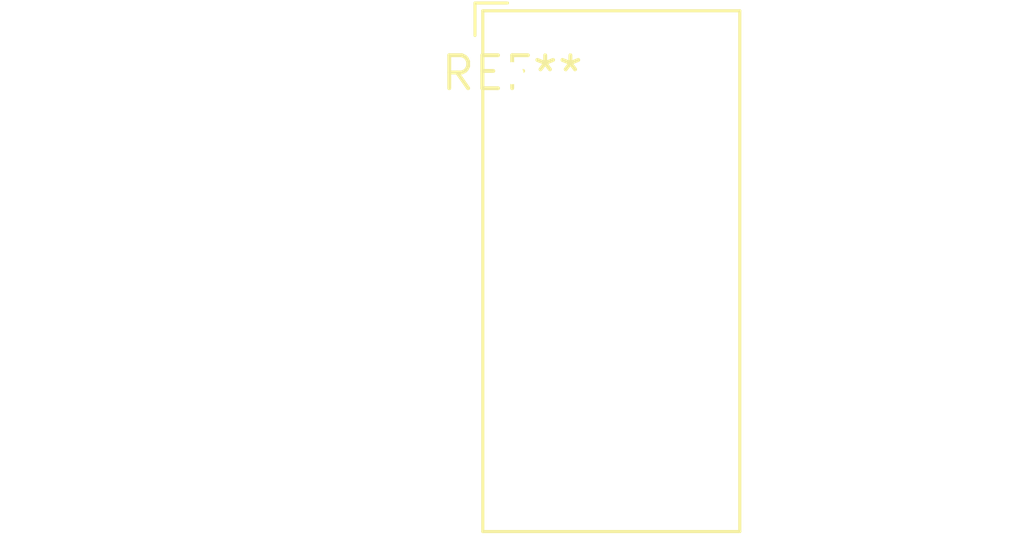
<source format=kicad_pcb>
(kicad_pcb (version 20240108) (generator pcbnew)
  (layers (0 "F.Cu" signal) (31 "B.Cu" signal) (34 "B.Paste" user) (35 "F.Paste" user) (36 "B.SilkS" user "B.Silkscreen") (37 "F.SilkS" user "F.Silkscreen") (38 "B.Mask" user) (39 "F.Mask" user) (44 "Edge.Cuts" user))
  (net 0 "")
  (footprint "Converter_DCDC_XP_POWER-IA48xxD_THT" (layer "F.Cu") (at 0 0)
    (property "Reference" "REF**")
    (property "Value" "Converter_DCDC_XP_POWER-IA48xxD_THT")
    (fp_line (start -1.43 -2.7) (end -1.43 -1.45) (layer "F.SilkS") (stroke (width 0.12)))
    (fp_line (start -1.13 -2.4) (end -1.13 17.64) (layer "F.SilkS") (stroke (width 0.12)))
    (fp_line (start -1.13 17.64) (end 8.75 17.64) (layer "F.SilkS") (stroke (width 0.12)))
    (fp_line (start -0.18 -2.7) (end -1.43 -2.7) (layer "F.SilkS") (stroke (width 0.12)))
    (fp_line (start 8.75 -2.4) (end -1.13 -2.4) (layer "F.SilkS") (stroke (width 0.12)))
    (fp_line (start 8.75 17.64) (end 8.75 -2.4) (layer "F.SilkS") (stroke (width 0.12)))
    (pad "1" thru_hole rect (at 0 0) (size 1.85 1.85) (drill 0.85) (layers *.Cu *.Mask) (remove_unused_layers))
    (pad "2" thru_hole circle (at 0 15.24) (size 1.85 1.85) (drill 0.85) (layers *.Cu *.Mask) (remove_unused_layers))
    (pad "3" thru_hole circle (at 7.62 0) (size 1.85 1.85) (drill 0.85) (layers *.Cu *.Mask) (remove_unused_layers))
    (pad "4" thru_hole circle (at 7.62 7.62) (size 1.85 1.85) (drill 0.85) (layers *.Cu *.Mask) (remove_unused_layers))
    (pad "5" thru_hole circle (at 7.62 12.7) (size 1.85 1.85) (drill 0.85) (layers *.Cu *.Mask) (remove_unused_layers))
    (pad "6" thru_hole circle (at 7.62 15.24) (size 1.85 1.85) (drill 0.85) (layers *.Cu *.Mask) (remove_unused_layers))
  )
)
</source>
